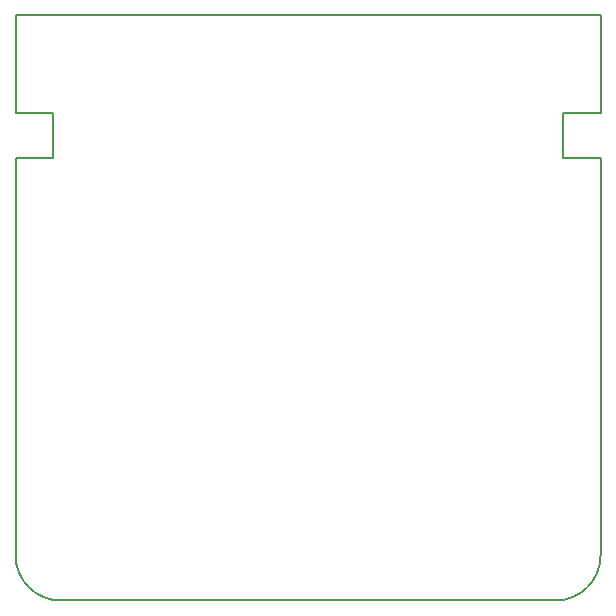
<source format=gbr>
G04 (created by PCBNEW (22-Jun-2014 BZR 4027)-stable) date Sat 02 Sep 2017 11:43:59 PM CDT*
%MOIN*%
G04 Gerber Fmt 3.4, Leading zero omitted, Abs format*
%FSLAX34Y34*%
G01*
G70*
G90*
G04 APERTURE LIST*
%ADD10C,0.00393701*%
%ADD11C,0.00590551*%
G04 APERTURE END LIST*
G54D10*
G54D11*
X68250Y-36000D02*
X68250Y-49250D01*
X68250Y-31250D02*
X68250Y-34500D01*
X48750Y-36000D02*
X48750Y-49250D01*
X48750Y-31250D02*
X48750Y-34500D01*
X50000Y-34500D02*
X48750Y-34500D01*
X50000Y-36000D02*
X50000Y-34500D01*
X48750Y-36000D02*
X50000Y-36000D01*
X67000Y-36000D02*
X68250Y-36000D01*
X67000Y-34500D02*
X67000Y-36000D01*
X68250Y-34500D02*
X67000Y-34500D01*
X68250Y-31250D02*
X48750Y-31250D01*
X66750Y-50750D02*
X50250Y-50750D01*
X48750Y-49250D02*
G75*
G03X50250Y-50750I1500J0D01*
G74*
G01*
X66750Y-50750D02*
G75*
G03X68250Y-49250I0J1500D01*
G74*
G01*
M02*

</source>
